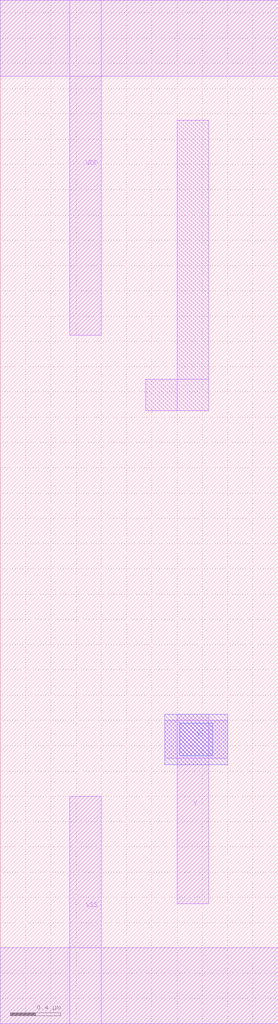
<source format=lef>
# Copyright 2022 Google LLC
# Licensed under the Apache License, Version 2.0 (the "License");
# you may not use this file except in compliance with the License.
# You may obtain a copy of the License at
#
#      http://www.apache.org/licenses/LICENSE-2.0
#
# Unless required by applicable law or agreed to in writing, software
# distributed under the License is distributed on an "AS IS" BASIS,
# WITHOUT WARRANTIES OR CONDITIONS OF ANY KIND, either express or implied.
# See the License for the specific language governing permissions and
# limitations under the License.
VERSION 5.7 ;
BUSBITCHARS "[]" ;
DIVIDERCHAR "/" ;

MACRO gf180mcu_osu_sc_gp12t3v3__tielo
  CLASS CORE ;
  ORIGIN 0 0 ;
  FOREIGN gf180mcu_osu_sc_gp12t3v3__tielo 0 0 ;
  SIZE 2.2 BY 8.1 ;
  SYMMETRY X Y ;
  SITE GF180_3p3_12t ;
  PIN VDD
    DIRECTION INOUT ;
    USE POWER ;
    SHAPE ABUTMENT ;
    PORT
      LAYER MET1 ;
        RECT 0 7.5 2.2 8.1 ;
        RECT 0.55 5.45 0.8 8.1 ;
    END
  END VDD
  PIN VSS
    DIRECTION INOUT ;
    USE GROUND ;
    PORT
      LAYER MET1 ;
        RECT 0 0 2.2 0.6 ;
        RECT 0.55 0 0.8 1.8 ;
    END
  END VSS
  PIN Y
    DIRECTION OUTPUT ;
    USE SIGNAL ;
    PORT
      LAYER MET1 ;
        RECT 1.3 2.1 1.8 2.4 ;
        RECT 1.4 0.95 1.65 2.45 ;
      LAYER MET2 ;
        RECT 1.3 2.05 1.8 2.45 ;
      LAYER VIA12 ;
        RECT 1.42 2.12 1.68 2.38 ;
    END
  END Y
  OBS
    LAYER MET1 ;
      RECT 1.4 4.85 1.65 7.15 ;
      RECT 1.15 4.85 1.65 5.1 ;
  END
END gf180mcu_osu_sc_gp12t3v3__tielo

</source>
